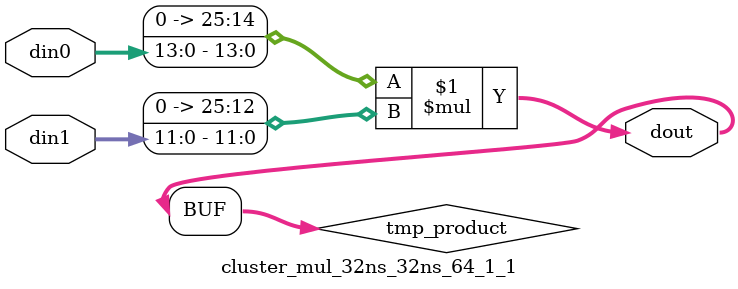
<source format=v>

`timescale 1 ns / 1 ps

 module cluster_mul_32ns_32ns_64_1_1(din0, din1, dout);
parameter ID = 1;
parameter NUM_STAGE = 0;
parameter din0_WIDTH = 14;
parameter din1_WIDTH = 12;
parameter dout_WIDTH = 26;

input [din0_WIDTH - 1 : 0] din0; 
input [din1_WIDTH - 1 : 0] din1; 
output [dout_WIDTH - 1 : 0] dout;

wire signed [dout_WIDTH - 1 : 0] tmp_product;
























assign tmp_product = $signed({1'b0, din0}) * $signed({1'b0, din1});











assign dout = tmp_product;





















endmodule

</source>
